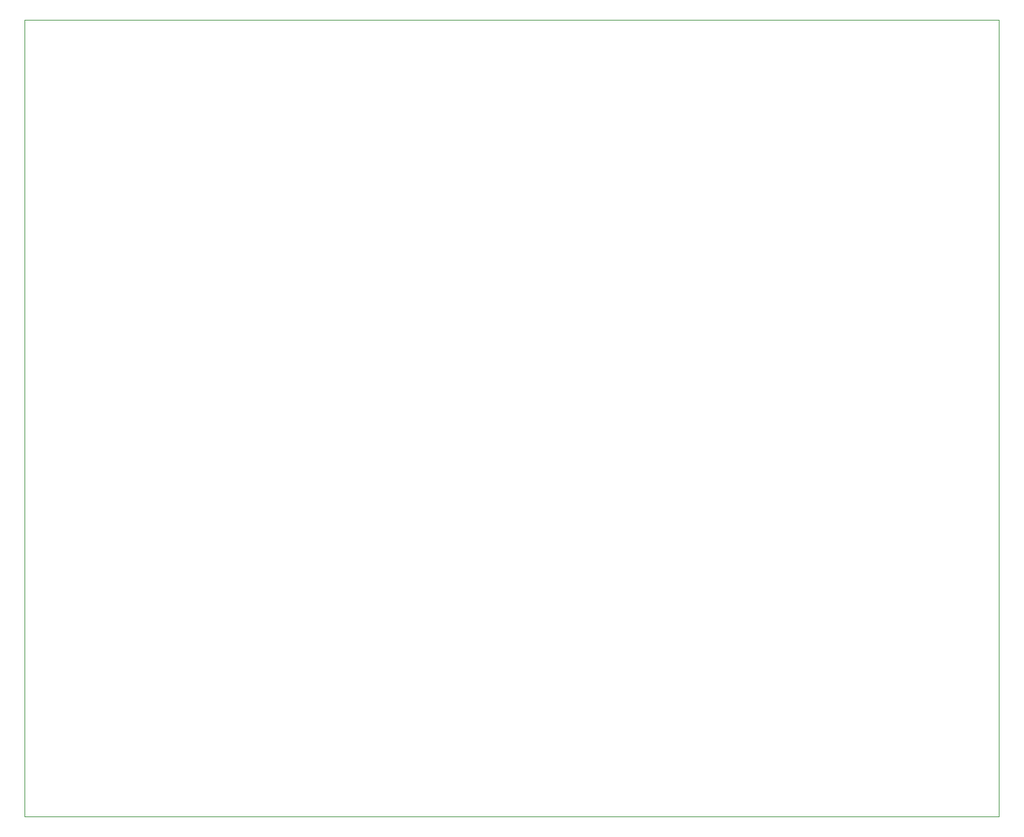
<source format=gbr>
%TF.GenerationSoftware,KiCad,Pcbnew,7.0.10*%
%TF.CreationDate,2024-01-17T14:59:58-08:00*%
%TF.ProjectId,P1.2,50312e32-2e6b-4696-9361-645f70636258,rev?*%
%TF.SameCoordinates,Original*%
%TF.FileFunction,Profile,NP*%
%FSLAX46Y46*%
G04 Gerber Fmt 4.6, Leading zero omitted, Abs format (unit mm)*
G04 Created by KiCad (PCBNEW 7.0.10) date 2024-01-17 14:59:58*
%MOMM*%
%LPD*%
G01*
G04 APERTURE LIST*
%TA.AperFunction,Profile*%
%ADD10C,0.100000*%
%TD*%
G04 APERTURE END LIST*
D10*
X76200000Y-50800000D02*
X200660000Y-50800000D01*
X200660000Y-152654000D01*
X76200000Y-152654000D01*
X76200000Y-50800000D01*
M02*

</source>
